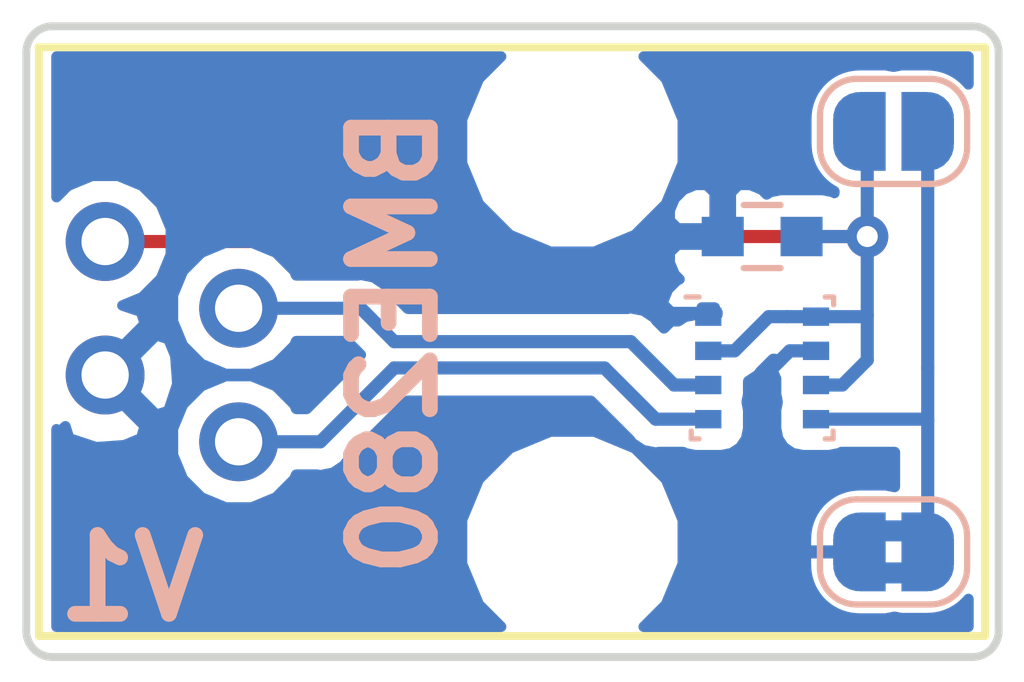
<source format=kicad_pcb>
(kicad_pcb (version 20171130) (host pcbnew "(5.0.0)")

  (general
    (thickness 1.6)
    (drawings 10)
    (tracks 38)
    (zones 0)
    (modules 5)
    (nets 6)
  )

  (page USLetter)
  (title_block
    (title "BME280 Peripheral")
    (date 2018-09-13)
    (rev 1)
    (company "Alex M.")
  )

  (layers
    (0 F.Cu signal)
    (31 B.Cu signal)
    (32 B.Adhes user)
    (33 F.Adhes user)
    (34 B.Paste user)
    (35 F.Paste user)
    (36 B.SilkS user)
    (37 F.SilkS user)
    (38 B.Mask user hide)
    (39 F.Mask user hide)
    (40 Dwgs.User user)
    (41 Cmts.User user)
    (42 Eco1.User user)
    (43 Eco2.User user)
    (44 Edge.Cuts user)
    (45 Margin user)
    (46 B.CrtYd user hide)
    (47 F.CrtYd user hide)
    (48 B.Fab user hide)
    (49 F.Fab user hide)
  )

  (setup
    (last_trace_width 0.25)
    (trace_clearance 0.2)
    (zone_clearance 0.4)
    (zone_45_only no)
    (trace_min 0.2)
    (segment_width 0.2)
    (edge_width 0.15)
    (via_size 0.8)
    (via_drill 0.4)
    (via_min_size 0.4)
    (via_min_drill 0.3)
    (uvia_size 0.3)
    (uvia_drill 0.1)
    (uvias_allowed no)
    (uvia_min_size 0.2)
    (uvia_min_drill 0.1)
    (pcb_text_width 0.3)
    (pcb_text_size 1.5 1.5)
    (mod_edge_width 0.15)
    (mod_text_size 1 1)
    (mod_text_width 0.15)
    (pad_size 1.524 1.524)
    (pad_drill 0.762)
    (pad_to_mask_clearance 0.2)
    (aux_axis_origin 0 0)
    (visible_elements 7FFFFFFF)
    (pcbplotparams
      (layerselection 0x010fc_ffffffff)
      (usegerberextensions false)
      (usegerberattributes false)
      (usegerberadvancedattributes false)
      (creategerberjobfile false)
      (excludeedgelayer true)
      (linewidth 0.100000)
      (plotframeref false)
      (viasonmask false)
      (mode 1)
      (useauxorigin false)
      (hpglpennumber 1)
      (hpglpenspeed 20)
      (hpglpendiameter 15.000000)
      (psnegative false)
      (psa4output false)
      (plotreference true)
      (plotvalue true)
      (plotinvisibletext false)
      (padsonsilk false)
      (subtractmaskfromsilk false)
      (outputformat 1)
      (mirror false)
      (drillshape 1)
      (scaleselection 1)
      (outputdirectory ""))
  )

  (net 0 "")
  (net 1 +3V3)
  (net 2 GND)
  (net 3 SDA)
  (net 4 SCL)
  (net 5 "Net-(J1-Pad2)")

  (net_class Default "This is the default net class."
    (clearance 0.2)
    (trace_width 0.25)
    (via_dia 0.8)
    (via_drill 0.4)
    (uvia_dia 0.3)
    (uvia_drill 0.1)
    (add_net +3V3)
    (add_net GND)
    (add_net "Net-(J1-Pad2)")
    (add_net SCL)
    (add_net SDA)
  )

  (module AlexComponents:A-2004-3-4-LP-N-R (layer F.Cu) (tedit 5B9B0BFE) (tstamp 5B9B19CE)
    (at 136 109.5 90)
    (path /5B9B0A65)
    (fp_text reference X1 (at -4 -2 90) (layer F.SilkS) hide
      (effects (font (size 1 1) (thickness 0.15)))
    )
    (fp_text value RJ22 (at -7 8 180) (layer F.Fab)
      (effects (font (size 1 1) (thickness 0.15)))
    )
    (fp_line (start -5.6 -1.26) (end 5.6 -1.26) (layer F.SilkS) (width 0.15))
    (fp_line (start 5.6 -1.27) (end 5.6 16.74) (layer F.SilkS) (width 0.15))
    (fp_line (start -5.6 16.74) (end -5.6 -1.26) (layer F.SilkS) (width 0.15))
    (fp_line (start -5.6 16.74) (end 5.6 16.74) (layer F.SilkS) (width 0.15))
    (pad 4 thru_hole circle (at 1.905 0 90) (size 1.5 1.5) (drill 0.9) (layers *.Cu *.Mask)
      (net 1 +3V3))
    (pad 2 thru_hole circle (at -0.635 0 90) (size 1.5 1.5) (drill 0.9) (layers *.Cu *.Mask)
      (net 2 GND))
    (pad 1 thru_hole circle (at -1.905 2.54 90) (size 1.5 1.5) (drill 0.9) (layers *.Cu *.Mask)
      (net 4 SCL))
    (pad 3 thru_hole circle (at 0.635 2.54 90) (size 1.5 1.5) (drill 0.9) (layers *.Cu *.Mask)
      (net 3 SDA))
    (pad "" np_thru_hole circle (at -3.81 8.89 90) (size 3.2 3.2) (drill 3.2) (layers *.Cu *.Mask))
    (pad "" np_thru_hole circle (at 3.81 8.89 90) (size 3.2 3.2) (drill 3.2) (layers *.Cu *.Mask))
  )

  (module Capacitors_SMD:C_0603 (layer B.Cu) (tedit 5B9B0C00) (tstamp 5B9B1F26)
    (at 148.5 107.5 180)
    (descr "Capacitor SMD 0603, reflow soldering, AVX (see smccp.pdf)")
    (tags "capacitor 0603")
    (path /5B9B0BF6)
    (attr smd)
    (fp_text reference C1 (at 0 1.5 180) (layer B.SilkS) hide
      (effects (font (size 1 1) (thickness 0.15)) (justify mirror))
    )
    (fp_text value 100u (at 0 -1.5 180) (layer B.Fab)
      (effects (font (size 1 1) (thickness 0.15)) (justify mirror))
    )
    (fp_text user %R (at 0 0 180) (layer B.Fab)
      (effects (font (size 0.3 0.3) (thickness 0.075)) (justify mirror))
    )
    (fp_line (start -0.8 -0.4) (end -0.8 0.4) (layer B.Fab) (width 0.1))
    (fp_line (start 0.8 -0.4) (end -0.8 -0.4) (layer B.Fab) (width 0.1))
    (fp_line (start 0.8 0.4) (end 0.8 -0.4) (layer B.Fab) (width 0.1))
    (fp_line (start -0.8 0.4) (end 0.8 0.4) (layer B.Fab) (width 0.1))
    (fp_line (start -0.35 0.6) (end 0.35 0.6) (layer B.SilkS) (width 0.12))
    (fp_line (start 0.35 -0.6) (end -0.35 -0.6) (layer B.SilkS) (width 0.12))
    (fp_line (start -1.4 0.65) (end 1.4 0.65) (layer B.CrtYd) (width 0.05))
    (fp_line (start -1.4 0.65) (end -1.4 -0.65) (layer B.CrtYd) (width 0.05))
    (fp_line (start 1.4 -0.65) (end 1.4 0.65) (layer B.CrtYd) (width 0.05))
    (fp_line (start 1.4 -0.65) (end -1.4 -0.65) (layer B.CrtYd) (width 0.05))
    (pad 1 smd rect (at -0.75 0 180) (size 0.8 0.75) (layers B.Cu B.Paste B.Mask)
      (net 1 +3V3))
    (pad 2 smd rect (at 0.75 0 180) (size 0.8 0.75) (layers B.Cu B.Paste B.Mask)
      (net 2 GND))
    (model Capacitors_SMD.3dshapes/C_0603.wrl
      (at (xyz 0 0 0))
      (scale (xyz 1 1 1))
      (rotate (xyz 0 0 0))
    )
  )

  (module Jumper:SolderJumper-2_P1.3mm_Open_RoundedPad1.0x1.5mm (layer B.Cu) (tedit 5B9B1018) (tstamp 5B9B1282)
    (at 151 105.5)
    (descr "SMD Solder Jumper, 1x1.5mm, rounded Pads, 0.3mm gap, open")
    (tags "solder jumper open")
    (path /5B9B125A)
    (attr virtual)
    (fp_text reference J1 (at 0 1.8) (layer B.SilkS) hide
      (effects (font (size 1 1) (thickness 0.15)) (justify mirror))
    )
    (fp_text value NO (at 0 -1.9) (layer B.Fab)
      (effects (font (size 1 1) (thickness 0.15)) (justify mirror))
    )
    (fp_arc (start 0.7 0.3) (end 1.4 0.3) (angle 90) (layer B.SilkS) (width 0.12))
    (fp_arc (start 0.7 -0.3) (end 0.7 -1) (angle 90) (layer B.SilkS) (width 0.12))
    (fp_arc (start -0.7 -0.3) (end -1.4 -0.3) (angle 90) (layer B.SilkS) (width 0.12))
    (fp_arc (start -0.7 0.3) (end -0.7 1) (angle 90) (layer B.SilkS) (width 0.12))
    (fp_line (start -1.4 -0.3) (end -1.4 0.3) (layer B.SilkS) (width 0.12))
    (fp_line (start 0.7 -1) (end -0.7 -1) (layer B.SilkS) (width 0.12))
    (fp_line (start 1.4 0.3) (end 1.4 -0.3) (layer B.SilkS) (width 0.12))
    (fp_line (start -0.7 1) (end 0.7 1) (layer B.SilkS) (width 0.12))
    (fp_line (start -1.65 1.25) (end 1.65 1.25) (layer B.CrtYd) (width 0.05))
    (fp_line (start -1.65 1.25) (end -1.65 -1.25) (layer B.CrtYd) (width 0.05))
    (fp_line (start 1.65 -1.25) (end 1.65 1.25) (layer B.CrtYd) (width 0.05))
    (fp_line (start 1.65 -1.25) (end -1.65 -1.25) (layer B.CrtYd) (width 0.05))
    (pad 1 smd custom (at -0.65 0) (size 1 0.5) (layers B.Cu B.Mask)
      (net 1 +3V3) (zone_connect 0)
      (options (clearance outline) (anchor rect))
      (primitives
        (gr_circle (center 0 -0.25) (end 0.5 -0.25) (width 0))
        (gr_circle (center 0 0.25) (end 0.5 0.25) (width 0))
        (gr_poly (pts
           (xy 0 0.75) (xy 0.5 0.75) (xy 0.5 -0.75) (xy 0 -0.75)) (width 0))
      ))
    (pad 2 smd custom (at 0.65 0) (size 1 0.5) (layers B.Cu B.Mask)
      (net 5 "Net-(J1-Pad2)") (zone_connect 0)
      (options (clearance outline) (anchor rect))
      (primitives
        (gr_circle (center 0 -0.25) (end 0.5 -0.25) (width 0))
        (gr_circle (center 0 0.25) (end 0.5 0.25) (width 0))
        (gr_poly (pts
           (xy 0 0.75) (xy -0.5 0.75) (xy -0.5 -0.75) (xy 0 -0.75)) (width 0))
      ))
  )

  (module Jumper:SolderJumper-2_P1.3mm_Bridged2Bar_RoundedPad1.0x1.5mm (layer B.Cu) (tedit 5B9B101B) (tstamp 5B9B1294)
    (at 151 113.5)
    (descr "SMD Solder Jumper, 1x1.5mm, rounded Pads, 0.3mm gap, bridged with 2 copper strips")
    (tags "solder jumper open")
    (path /5B9B12E2)
    (attr virtual)
    (fp_text reference J2 (at 0 1.8) (layer B.SilkS) hide
      (effects (font (size 1 1) (thickness 0.15)) (justify mirror))
    )
    (fp_text value NC (at 0 -1.9) (layer B.Fab)
      (effects (font (size 1 1) (thickness 0.15)) (justify mirror))
    )
    (fp_arc (start 0.7 0.3) (end 1.4 0.3) (angle 90) (layer B.SilkS) (width 0.12))
    (fp_arc (start 0.7 -0.3) (end 0.7 -1) (angle 90) (layer B.SilkS) (width 0.12))
    (fp_arc (start -0.7 -0.3) (end -1.4 -0.3) (angle 90) (layer B.SilkS) (width 0.12))
    (fp_arc (start -0.7 0.3) (end -0.7 1) (angle 90) (layer B.SilkS) (width 0.12))
    (fp_line (start -1.4 -0.3) (end -1.4 0.3) (layer B.SilkS) (width 0.12))
    (fp_line (start 0.7 -1) (end -0.7 -1) (layer B.SilkS) (width 0.12))
    (fp_line (start 1.4 0.3) (end 1.4 -0.3) (layer B.SilkS) (width 0.12))
    (fp_line (start -0.7 1) (end 0.7 1) (layer B.SilkS) (width 0.12))
    (fp_line (start -1.65 1.25) (end 1.65 1.25) (layer B.CrtYd) (width 0.05))
    (fp_line (start -1.65 1.25) (end -1.65 -1.25) (layer B.CrtYd) (width 0.05))
    (fp_line (start 1.65 -1.25) (end 1.65 1.25) (layer B.CrtYd) (width 0.05))
    (fp_line (start 1.65 -1.25) (end -1.65 -1.25) (layer B.CrtYd) (width 0.05))
    (pad 1 smd custom (at -0.65 0) (size 1 0.5) (layers B.Cu B.Mask)
      (net 2 GND) (zone_connect 0)
      (options (clearance outline) (anchor rect))
      (primitives
        (gr_circle (center 0 -0.25) (end 0.5 -0.25) (width 0))
        (gr_circle (center 0 0.25) (end 0.5 0.25) (width 0))
        (gr_poly (pts
           (xy 0.5 -0.75) (xy 0.5 0.75) (xy 0 0.75) (xy 0 -0.75)) (width 0))
        (gr_poly (pts
           (xy 0.4 -0.2) (xy 0.9 -0.2) (xy 0.9 -0.6) (xy 0.4 -0.6)) (width 0))
        (gr_poly (pts
           (xy 0.4 0.6) (xy 0.9 0.6) (xy 0.9 0.2) (xy 0.4 0.2)) (width 0))
      ))
    (pad 2 smd custom (at 0.65 0) (size 1 0.5) (layers B.Cu B.Mask)
      (net 5 "Net-(J1-Pad2)") (zone_connect 0)
      (options (clearance outline) (anchor rect))
      (primitives
        (gr_circle (center 0 -0.25) (end 0.5 -0.25) (width 0))
        (gr_circle (center 0 0.25) (end 0.5 0.25) (width 0))
        (gr_poly (pts
           (xy -0.5 -0.75) (xy -0.5 0.75) (xy 0 0.75) (xy 0 -0.75)) (width 0))
      ))
  )

  (module Housings_LGA:Bosch_LGA-8_2.5x2.5mm_Pitch0.65mm_ClockwisePinNumbering (layer B.Cu) (tedit 5B9B1F03) (tstamp 5B9B1EDB)
    (at 148.5 110 270)
    (descr LGA-8)
    (tags "lga land grid array")
    (path /5B9B666C)
    (attr smd)
    (fp_text reference U1 (at 0.015 2.465 270) (layer B.SilkS) hide
      (effects (font (size 1 1) (thickness 0.15)) (justify mirror))
    )
    (fp_text value BME280 (at 0.015 -2.535 270) (layer B.Fab)
      (effects (font (size 1 1) (thickness 0.15)) (justify mirror))
    )
    (fp_line (start 1.41 -1.54) (end -1.41 -1.54) (layer B.CrtYd) (width 0.05))
    (fp_line (start 1.41 1.54) (end 1.41 -1.54) (layer B.CrtYd) (width 0.05))
    (fp_line (start -1.41 1.54) (end 1.41 1.54) (layer B.CrtYd) (width 0.05))
    (fp_line (start -1.41 -1.54) (end -1.41 1.54) (layer B.CrtYd) (width 0.05))
    (fp_line (start 1.25 -1.25) (end -1.25 -1.25) (layer B.Fab) (width 0.1))
    (fp_line (start 1.25 1.25) (end 1.25 -1.25) (layer B.Fab) (width 0.1))
    (fp_line (start -0.5 1.25) (end 1.25 1.25) (layer B.Fab) (width 0.1))
    (fp_line (start -1.25 -1.25) (end -1.25 0.5) (layer B.Fab) (width 0.1))
    (fp_line (start -1.35 1.2) (end -1.35 1.45) (layer B.SilkS) (width 0.1))
    (fp_line (start 1.35 1.35) (end 1.35 1.2) (layer B.SilkS) (width 0.1))
    (fp_line (start 1.2 1.35) (end 1.35 1.35) (layer B.SilkS) (width 0.1))
    (fp_line (start 1.35 -1.35) (end 1.2 -1.35) (layer B.SilkS) (width 0.1))
    (fp_line (start 1.35 -1.35) (end 1.35 -1.2) (layer B.SilkS) (width 0.1))
    (fp_line (start -1.35 -1.35) (end -1.35 -1.2) (layer B.SilkS) (width 0.1))
    (fp_line (start -1.25 0.5) (end -0.5 1.25) (layer B.Fab) (width 0.1))
    (fp_line (start -1.35 -1.36) (end -1.2 -1.36) (layer B.SilkS) (width 0.1))
    (fp_text user %R (at 0 0 90) (layer B.Fab)
      (effects (font (size 0.5 0.5) (thickness 0.075)) (justify mirror))
    )
    (pad 5 smd rect (at 0.975 -1.025 180) (size 0.5 0.35) (layers B.Cu B.Paste B.Mask)
      (net 5 "Net-(J1-Pad2)"))
    (pad 6 smd rect (at 0.325 -1.025 180) (size 0.5 0.35) (layers B.Cu B.Paste B.Mask)
      (net 1 +3V3))
    (pad 7 smd rect (at -0.325 -1.025 180) (size 0.5 0.35) (layers B.Cu B.Paste B.Mask)
      (net 2 GND))
    (pad 8 smd rect (at -0.975 -1.025 180) (size 0.5 0.35) (layers B.Cu B.Paste B.Mask)
      (net 1 +3V3))
    (pad 1 smd rect (at -0.975 1.025 180) (size 0.5 0.35) (layers B.Cu B.Paste B.Mask)
      (net 2 GND))
    (pad 2 smd rect (at -0.325 1.025 180) (size 0.5 0.35) (layers B.Cu B.Paste B.Mask)
      (net 1 +3V3))
    (pad 3 smd rect (at 0.325 1.025 180) (size 0.5 0.35) (layers B.Cu B.Paste B.Mask)
      (net 3 SDA))
    (pad 4 smd rect (at 0.975 1.025 180) (size 0.5 0.35) (layers B.Cu B.Paste B.Mask)
      (net 4 SCL))
    (model ${KISYS3DMOD}/Housings_LGA.3dshapes/Bosch_LGA-8_2.5x2.5mm_Pitch0.65mm_ClockwisePinNumbering.wrl
      (offset (xyz 0.01500000025472259 -0.03500000059435272 0))
      (scale (xyz 1 1 1))
      (rotate (xyz 0 0 0))
    )
  )

  (gr_text BME280 (at 141.5 109.5 90) (layer B.SilkS) (tstamp 5B9B2EAE)
    (effects (font (size 1.5 1.5) (thickness 0.3)) (justify mirror))
  )
  (gr_text V1 (at 136.5 114) (layer B.SilkS)
    (effects (font (size 1.5 1.5) (thickness 0.3)) (justify mirror))
  )
  (gr_line (start 134.5 115) (end 134.5 104) (layer Edge.Cuts) (width 0.15))
  (gr_line (start 152.5 115.5) (end 135 115.5) (layer Edge.Cuts) (width 0.15))
  (gr_line (start 153 104) (end 153 115) (layer Edge.Cuts) (width 0.15))
  (gr_line (start 135 103.5) (end 152.5 103.5) (layer Edge.Cuts) (width 0.15))
  (gr_arc (start 135 104) (end 135 103.5) (angle -90) (layer Edge.Cuts) (width 0.15) (tstamp 5B9B19F1))
  (gr_arc (start 152.5 104) (end 153 104) (angle -90) (layer Edge.Cuts) (width 0.15) (tstamp 5B9B19ED))
  (gr_arc (start 152.5 115) (end 152.5 115.5) (angle -90) (layer Edge.Cuts) (width 0.15))
  (gr_arc (start 135 115) (end 134.5 115) (angle -90) (layer Edge.Cuts) (width 0.15))

  (segment (start 150.5 105.65) (end 150.35 105.5) (width 0.25) (layer B.Cu) (net 1) (status 30))
  (segment (start 149.25 107.5) (end 150.5 107.5) (width 0.25) (layer B.Cu) (net 1))
  (segment (start 150.5 107.5) (end 150.5 105.65) (width 0.25) (layer B.Cu) (net 1))
  (via (at 150.5 107.5) (size 0.8) (drill 0.4) (layers F.Cu B.Cu) (net 1))
  (segment (start 146.5 107.5) (end 150.5 107.5) (width 0.25) (layer F.Cu) (net 1))
  (segment (start 146 108) (end 146.5 107.5) (width 0.25) (layer F.Cu) (net 1))
  (segment (start 143.5 108) (end 146 108) (width 0.25) (layer F.Cu) (net 1))
  (segment (start 136 107.595) (end 143.095 107.595) (width 0.25) (layer F.Cu) (net 1))
  (segment (start 143.095 107.595) (end 143.5 108) (width 0.25) (layer F.Cu) (net 1))
  (segment (start 149.525 109.025) (end 150.475 109.025) (width 0.25) (layer B.Cu) (net 1))
  (segment (start 150.5 109) (end 150.5 107.5) (width 0.25) (layer B.Cu) (net 1))
  (segment (start 150.475 109.025) (end 150.5 109) (width 0.25) (layer B.Cu) (net 1))
  (segment (start 149.525 109.025) (end 148.975 109.025) (width 0.25) (layer B.Cu) (net 1))
  (segment (start 148.625 109.025) (end 148.975 109.025) (width 0.25) (layer B.Cu) (net 1))
  (segment (start 147.975 109.675) (end 148.625 109.025) (width 0.25) (layer B.Cu) (net 1))
  (segment (start 147.475 109.675) (end 147.975 109.675) (width 0.25) (layer B.Cu) (net 1))
  (segment (start 150.5 109.85) (end 150.5 109) (width 0.25) (layer B.Cu) (net 1))
  (segment (start 150.025 110.325) (end 150.5 109.85) (width 0.25) (layer B.Cu) (net 1))
  (segment (start 149.525 110.325) (end 150.025 110.325) (width 0.25) (layer B.Cu) (net 1))
  (segment (start 150.35 113.5) (end 148.5 113.5) (width 0.25) (layer B.Cu) (net 2) (status 10))
  (segment (start 149.025 109.675) (end 148.5 110.2) (width 0.25) (layer B.Cu) (net 2))
  (segment (start 149.525 109.675) (end 149.025 109.675) (width 0.25) (layer B.Cu) (net 2))
  (segment (start 148.5 110.2) (end 148.5 111) (width 0.25) (layer B.Cu) (net 2))
  (segment (start 140.865 108.865) (end 138.54 108.865) (width 0.25) (layer B.Cu) (net 3))
  (segment (start 141.5 109.5) (end 140.865 108.865) (width 0.25) (layer B.Cu) (net 3))
  (segment (start 146 109.5) (end 141.5 109.5) (width 0.25) (layer B.Cu) (net 3))
  (segment (start 147.475 110.325) (end 146.825 110.325) (width 0.25) (layer B.Cu) (net 3))
  (segment (start 146.825 110.325) (end 146 109.5) (width 0.25) (layer B.Cu) (net 3))
  (segment (start 146.475 110.975) (end 147.475 110.975) (width 0.25) (layer B.Cu) (net 4))
  (segment (start 145.5 110) (end 146.475 110.975) (width 0.25) (layer B.Cu) (net 4))
  (segment (start 141.5 110) (end 145.5 110) (width 0.25) (layer B.Cu) (net 4))
  (segment (start 138.54 111.405) (end 140.095 111.405) (width 0.25) (layer B.Cu) (net 4))
  (segment (start 140.095 111.405) (end 141.5 110) (width 0.25) (layer B.Cu) (net 4))
  (segment (start 151.65 105.5) (end 151.65 110) (width 0.25) (layer B.Cu) (net 5) (status 10))
  (segment (start 151.625 110.975) (end 151.65 111) (width 0.25) (layer B.Cu) (net 5))
  (segment (start 149.525 110.975) (end 151.625 110.975) (width 0.25) (layer B.Cu) (net 5))
  (segment (start 151.65 110) (end 151.65 111) (width 0.25) (layer B.Cu) (net 5))
  (segment (start 151.65 111) (end 151.65 113.5) (width 0.25) (layer B.Cu) (net 5))

  (zone (net 2) (net_name GND) (layer B.Cu) (tstamp 5B9B2C9A) (hatch edge 0.508)
    (connect_pads (clearance 0.4))
    (min_thickness 0.2)
    (fill yes (arc_segments 16) (thermal_gap 0.508) (thermal_bridge_width 0.508))
    (polygon
      (pts
        (xy 134 116) (xy 153.5 116) (xy 153.5 103) (xy 134 103)
      )
    )
    (filled_polygon
      (pts
        (xy 143.109706 104.500446) (xy 142.79 105.272284) (xy 142.79 106.107716) (xy 143.109706 106.879554) (xy 143.700446 107.470294)
        (xy 144.472284 107.79) (xy 145.307716 107.79) (xy 146.079554 107.470294) (xy 146.545786 107.004062) (xy 146.742 107.004062)
        (xy 146.742 107.194) (xy 146.894 107.346) (xy 147.596 107.346) (xy 147.596 106.669) (xy 147.444 106.517)
        (xy 147.229061 106.517) (xy 147.005595 106.609563) (xy 146.834562 106.780596) (xy 146.742 107.004062) (xy 146.545786 107.004062)
        (xy 146.670294 106.879554) (xy 146.99 106.107716) (xy 146.99 105.272284) (xy 146.670294 104.500446) (xy 146.244848 104.075)
        (xy 152.425 104.075) (xy 152.425 104.606459) (xy 152.396985 104.572323) (xy 152.327677 104.503015) (xy 152.250425 104.439615)
        (xy 152.168926 104.385159) (xy 152.080786 104.338048) (xy 151.99023 104.300539) (xy 151.894598 104.27153) (xy 151.798465 104.252408)
        (xy 151.699009 104.242612) (xy 151.662106 104.242612) (xy 151.65 104.240204) (xy 151.15 104.240204) (xy 151 104.270041)
        (xy 150.85 104.240204) (xy 150.35 104.240204) (xy 150.337894 104.242612) (xy 150.300991 104.242612) (xy 150.201535 104.252408)
        (xy 150.105402 104.27153) (xy 150.00977 104.300539) (xy 149.919214 104.338048) (xy 149.831074 104.385159) (xy 149.749575 104.439615)
        (xy 149.672323 104.503015) (xy 149.603015 104.572323) (xy 149.539615 104.649575) (xy 149.485159 104.731074) (xy 149.438048 104.819214)
        (xy 149.400539 104.90977) (xy 149.37153 105.005402) (xy 149.352408 105.101535) (xy 149.342612 105.200991) (xy 149.342612 105.237894)
        (xy 149.340204 105.25) (xy 149.340204 105.75) (xy 149.342612 105.762106) (xy 149.342612 105.799009) (xy 149.352408 105.898465)
        (xy 149.37153 105.994598) (xy 149.400539 106.09023) (xy 149.438048 106.180786) (xy 149.485159 106.268926) (xy 149.539615 106.350425)
        (xy 149.603015 106.427677) (xy 149.672323 106.496985) (xy 149.749575 106.560385) (xy 149.831074 106.614841) (xy 149.875 106.63832)
        (xy 149.875 106.673996) (xy 149.84509 106.654011) (xy 149.65 106.615205) (xy 148.85 106.615205) (xy 148.65491 106.654011)
        (xy 148.585339 106.700497) (xy 148.494405 106.609563) (xy 148.270939 106.517) (xy 148.056 106.517) (xy 147.904 106.669)
        (xy 147.904 107.346) (xy 147.924 107.346) (xy 147.924 107.654) (xy 147.904 107.654) (xy 147.904 107.674)
        (xy 147.596 107.674) (xy 147.596 107.654) (xy 146.894 107.654) (xy 146.742 107.806) (xy 146.742 107.995938)
        (xy 146.834562 108.219404) (xy 146.929474 108.314316) (xy 146.880595 108.334563) (xy 146.709562 108.505596) (xy 146.617 108.729062)
        (xy 146.617 108.7855) (xy 146.769 108.9375) (xy 147.35 108.9375) (xy 147.35 108.851) (xy 147.6 108.851)
        (xy 147.6 108.9375) (xy 147.649 108.9375) (xy 147.649 108.990205) (xy 147.225 108.990205) (xy 147.02991 109.029011)
        (xy 146.904959 109.1125) (xy 146.769 109.1125) (xy 146.632691 109.248809) (xy 146.485472 109.10159) (xy 146.4506 109.0494)
        (xy 146.243863 108.911263) (xy 146.061555 108.875) (xy 146 108.862756) (xy 145.938445 108.875) (xy 141.758883 108.875)
        (xy 141.350472 108.46659) (xy 141.3156 108.4144) (xy 141.108863 108.276263) (xy 140.926555 108.24) (xy 140.865 108.227756)
        (xy 140.803445 108.24) (xy 139.634107 108.24) (xy 139.599699 108.156932) (xy 139.248068 107.805301) (xy 138.78864 107.615)
        (xy 138.29136 107.615) (xy 137.831932 107.805301) (xy 137.480301 108.156932) (xy 137.29 108.61636) (xy 137.29 109.11364)
        (xy 137.480301 109.573068) (xy 137.831932 109.924699) (xy 138.29136 110.115) (xy 138.78864 110.115) (xy 139.248068 109.924699)
        (xy 139.599699 109.573068) (xy 139.634107 109.49) (xy 140.606118 109.49) (xy 140.866117 109.75) (xy 139.836118 110.78)
        (xy 139.634107 110.78) (xy 139.599699 110.696932) (xy 139.248068 110.345301) (xy 138.78864 110.155) (xy 138.29136 110.155)
        (xy 137.831932 110.345301) (xy 137.480301 110.696932) (xy 137.29 111.15636) (xy 137.29 111.65364) (xy 137.480301 112.113068)
        (xy 137.831932 112.464699) (xy 138.29136 112.655) (xy 138.78864 112.655) (xy 139.248068 112.464699) (xy 139.599699 112.113068)
        (xy 139.634107 112.03) (xy 140.033445 112.03) (xy 140.095 112.042244) (xy 140.156555 112.03) (xy 140.338863 111.993737)
        (xy 140.5456 111.8556) (xy 140.580472 111.80341) (xy 141.758883 110.625) (xy 145.241118 110.625) (xy 145.989529 111.373412)
        (xy 146.0244 111.4256) (xy 146.231137 111.563737) (xy 146.413445 111.6) (xy 146.474999 111.612244) (xy 146.536553 111.6)
        (xy 146.998497 111.6) (xy 147.02991 111.620989) (xy 147.225 111.659795) (xy 147.725 111.659795) (xy 147.92009 111.620989)
        (xy 148.08548 111.51048) (xy 148.195989 111.34509) (xy 148.234795 111.15) (xy 148.234795 110.8) (xy 148.204958 110.65)
        (xy 148.234795 110.5) (xy 148.234795 110.253092) (xy 148.4256 110.1256) (xy 148.460472 110.07341) (xy 148.704881 109.829002)
        (xy 148.752498 109.829002) (xy 148.667 109.9145) (xy 148.667 109.970938) (xy 148.759562 110.194404) (xy 148.765205 110.200047)
        (xy 148.765205 110.5) (xy 148.795042 110.65) (xy 148.765205 110.8) (xy 148.765205 111.15) (xy 148.804011 111.34509)
        (xy 148.91452 111.51048) (xy 149.07991 111.620989) (xy 149.275 111.659795) (xy 149.775 111.659795) (xy 149.97009 111.620989)
        (xy 150.001503 111.6) (xy 151.025 111.6) (xy 151.025001 112.265068) (xy 151.020501 112.265963) (xy 150.85 112.232048)
        (xy 150.35 112.232048) (xy 150.337894 112.234456) (xy 150.300991 112.234456) (xy 150.199944 112.244408) (xy 150.103811 112.26353)
        (xy 150.006649 112.293004) (xy 149.916093 112.330513) (xy 149.826543 112.378378) (xy 149.745044 112.432834) (xy 149.666556 112.497248)
        (xy 149.597248 112.566556) (xy 149.532834 112.645044) (xy 149.478378 112.726543) (xy 149.430513 112.816093) (xy 149.393004 112.906649)
        (xy 149.36353 113.003811) (xy 149.344408 113.099944) (xy 149.334456 113.200991) (xy 149.334456 113.237894) (xy 149.332048 113.25)
        (xy 149.332048 113.75) (xy 149.334456 113.762106) (xy 149.334456 113.799009) (xy 149.344408 113.900056) (xy 149.36353 113.996189)
        (xy 149.393004 114.093351) (xy 149.430513 114.183907) (xy 149.478378 114.273457) (xy 149.532834 114.354956) (xy 149.597248 114.433444)
        (xy 149.666556 114.502752) (xy 149.745044 114.567166) (xy 149.826543 114.621622) (xy 149.916093 114.669487) (xy 150.006649 114.706996)
        (xy 150.103811 114.73647) (xy 150.199944 114.755592) (xy 150.300991 114.765544) (xy 150.337894 114.765544) (xy 150.35 114.767952)
        (xy 150.85 114.767952) (xy 151.020501 114.734037) (xy 151.15 114.759796) (xy 151.65 114.759796) (xy 151.662106 114.757388)
        (xy 151.699009 114.757388) (xy 151.798465 114.747592) (xy 151.894598 114.72847) (xy 151.99023 114.699461) (xy 152.080786 114.661952)
        (xy 152.168926 114.614841) (xy 152.250425 114.560385) (xy 152.327677 114.496985) (xy 152.396985 114.427677) (xy 152.425001 114.39354)
        (xy 152.425001 114.925) (xy 146.244848 114.925) (xy 146.670294 114.499554) (xy 146.99 113.727716) (xy 146.99 112.892284)
        (xy 146.670294 112.120446) (xy 146.079554 111.529706) (xy 145.307716 111.21) (xy 144.472284 111.21) (xy 143.700446 111.529706)
        (xy 143.109706 112.120446) (xy 142.79 112.892284) (xy 142.79 113.727716) (xy 143.109706 114.499554) (xy 143.535152 114.925)
        (xy 135.075 114.925) (xy 135.075 111.165357) (xy 135.131217 111.221574) (xy 135.24414 111.108651) (xy 135.315788 111.338738)
        (xy 135.828521 111.508945) (xy 136.36736 111.469982) (xy 136.684212 111.338738) (xy 136.75586 111.108649) (xy 136 110.352789)
        (xy 135.985858 110.366931) (xy 135.768069 110.149142) (xy 135.782211 110.135) (xy 136.217789 110.135) (xy 136.973649 110.89086)
        (xy 137.203738 110.819212) (xy 137.373945 110.306479) (xy 137.334982 109.76764) (xy 137.203738 109.450788) (xy 136.973649 109.37914)
        (xy 136.217789 110.135) (xy 135.782211 110.135) (xy 135.768069 110.120858) (xy 135.985858 109.903069) (xy 136 109.917211)
        (xy 136.75586 109.161351) (xy 136.684212 108.931262) (xy 136.326813 108.81262) (xy 136.708068 108.654699) (xy 137.059699 108.303068)
        (xy 137.25 107.84364) (xy 137.25 107.34636) (xy 137.059699 106.886932) (xy 136.708068 106.535301) (xy 136.24864 106.345)
        (xy 135.75136 106.345) (xy 135.291932 106.535301) (xy 135.075 106.752233) (xy 135.075 104.075) (xy 143.535152 104.075)
      )
    )
  )
)

</source>
